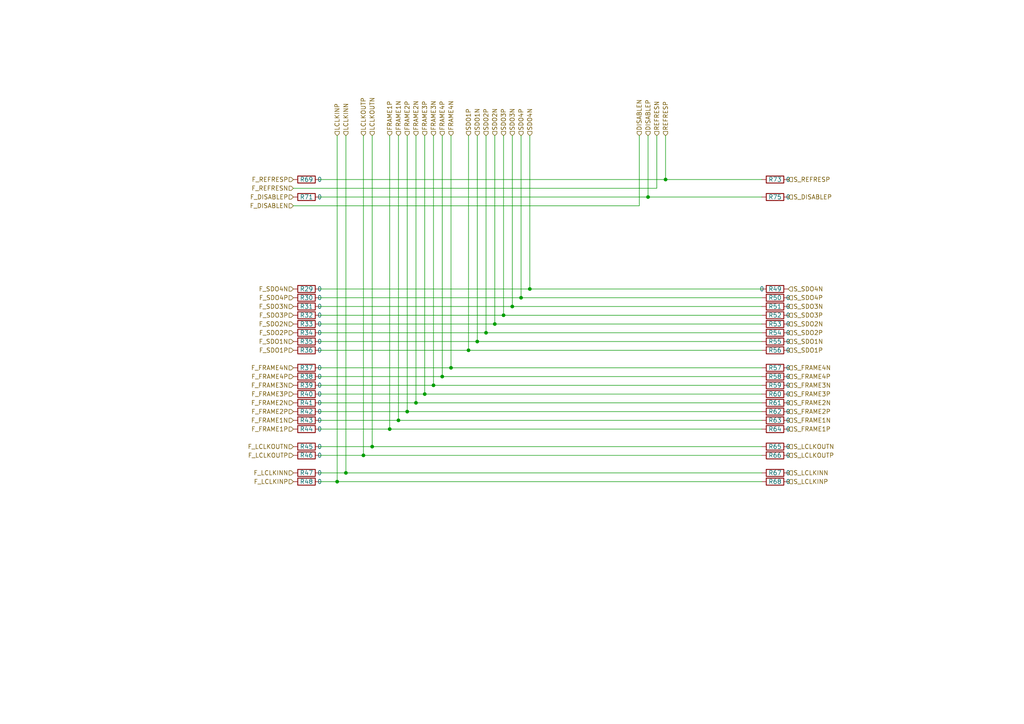
<source format=kicad_sch>
(kicad_sch (version 20231120) (generator "eeschema") (generator_version "8.0")
  (paper "A4")
  (lib_symbols
    (symbol "Device:R" (pin_numbers hide) (pin_names (offset 0))
      (property "Reference" "R" (at 2.032 0 90))
      (property "Value" "R" (at 0 0 90))
      (symbol "R_0_1"
        (rectangle (start -1.016 -2.54) (end 1.016 2.54) (stroke (width 0.254)))
      )
      (symbol "R_1_1"
        (pin passive line (at 0 3.81 270) (length 1.27) (name "~") (number "1"))
        (pin passive line (at 0 -3.81 90) (length 1.27) (name "~") (number "2"))
      )
    )
  )
  (junction (at 118.11 119.38))
  (junction (at 193.04 52.07))
  (junction (at 143.51 93.98))
  (junction (at 146.05 91.44))
  (junction (at 128.27 109.22))
  (junction (at 153.67 83.82))
  (junction (at 100.33 137.16))
  (junction (at 113.03 124.46))
  (junction (at 120.65 116.84))
  (junction (at 135.89 101.6))
  (junction (at 148.59 88.9))
  (junction (at 151.13 86.36))
  (junction (at 123.19 114.3))
  (junction (at 105.41 132.08))
  (junction (at 130.81 106.68))
  (junction (at 140.97 96.52))
  (junction (at 138.43 99.06))
  (junction (at 97.79 139.7))
  (junction (at 125.73 111.76))
  (junction (at 187.96 57.15))
  (junction (at 115.57 121.92))
  (junction (at 107.95 129.54))
  (wire (pts (xy 130.81 39.37) (xy 130.81 106.68)))
  (wire (pts (xy 92.71 101.6) (xy 135.89 101.6)))
  (wire (pts (xy 123.19 39.37) (xy 123.19 114.3)))
  (wire (pts (xy 128.27 39.37) (xy 128.27 109.22)))
  (wire (pts (xy 92.71 132.08) (xy 105.41 132.08)))
  (wire (pts (xy 118.11 119.38) (xy 220.98 119.38)))
  (wire (pts (xy 92.71 93.98) (xy 143.51 93.98)))
  (wire (pts (xy 138.43 39.37) (xy 138.43 99.06)))
  (wire (pts (xy 92.71 119.38) (xy 118.11 119.38)))
  (wire (pts (xy 97.79 39.37) (xy 97.79 139.7)))
  (wire (pts (xy 92.71 137.16) (xy 100.33 137.16)))
  (wire (pts (xy 125.73 39.37) (xy 125.73 111.76)))
  (wire (pts (xy 105.41 132.08) (xy 220.98 132.08)))
  (wire (pts (xy 92.71 129.54) (xy 107.95 129.54)))
  (wire (pts (xy 92.71 121.92) (xy 115.57 121.92)))
  (wire (pts (xy 190.5 39.37) (xy 190.5 54.61)))
  (wire (pts (xy 107.95 39.37) (xy 107.95 129.54)))
  (wire (pts (xy 153.67 39.37) (xy 153.67 83.82)))
  (wire (pts (xy 92.71 111.76) (xy 125.73 111.76)))
  (wire (pts (xy 148.59 39.37) (xy 148.59 88.9)))
  (wire (pts (xy 92.71 106.68) (xy 130.81 106.68)))
  (wire (pts (xy 185.42 39.37) (xy 185.42 59.69)))
  (wire (pts (xy 193.04 39.37) (xy 193.04 52.07)))
  (wire (pts (xy 135.89 39.37) (xy 135.89 101.6)))
  (wire (pts (xy 92.71 91.44) (xy 146.05 91.44)))
  (wire (pts (xy 146.05 39.37) (xy 146.05 91.44)))
  (wire (pts (xy 120.65 39.37) (xy 120.65 116.84)))
  (wire (pts (xy 92.71 124.46) (xy 113.03 124.46)))
  (wire (pts (xy 120.65 116.84) (xy 220.98 116.84)))
  (wire (pts (xy 140.97 39.37) (xy 140.97 96.52)))
  (wire (pts (xy 187.96 57.15) (xy 220.98 57.15)))
  (wire (pts (xy 92.71 52.07) (xy 193.04 52.07)))
  (wire (pts (xy 140.97 96.52) (xy 220.98 96.52)))
  (wire (pts (xy 148.59 88.9) (xy 220.98 88.9)))
  (wire (pts (xy 146.05 91.44) (xy 220.98 91.44)))
  (wire (pts (xy 97.79 139.7) (xy 220.98 139.7)))
  (wire (pts (xy 92.71 86.36) (xy 151.13 86.36)))
  (wire (pts (xy 115.57 39.37) (xy 115.57 121.92)))
  (wire (pts (xy 92.71 83.82) (xy 153.67 83.82)))
  (wire (pts (xy 143.51 39.37) (xy 143.51 93.98)))
  (wire (pts (xy 143.51 93.98) (xy 220.98 93.98)))
  (wire (pts (xy 115.57 121.92) (xy 220.98 121.92)))
  (wire (pts (xy 151.13 86.36) (xy 220.98 86.36)))
  (wire (pts (xy 92.71 96.52) (xy 140.97 96.52)))
  (wire (pts (xy 92.71 99.06) (xy 138.43 99.06)))
  (wire (pts (xy 153.67 83.82) (xy 220.98 83.82)))
  (wire (pts (xy 193.04 52.07) (xy 220.98 52.07)))
  (wire (pts (xy 113.03 39.37) (xy 113.03 124.46)))
  (wire (pts (xy 138.43 99.06) (xy 220.98 99.06)))
  (wire (pts (xy 92.71 109.22) (xy 128.27 109.22)))
  (wire (pts (xy 118.11 39.37) (xy 118.11 119.38)))
  (wire (pts (xy 113.03 124.46) (xy 220.98 124.46)))
  (wire (pts (xy 92.71 57.15) (xy 187.96 57.15)))
  (wire (pts (xy 85.09 59.69) (xy 185.42 59.69)))
  (wire (pts (xy 92.71 116.84) (xy 120.65 116.84)))
  (wire (pts (xy 100.33 137.16) (xy 220.98 137.16)))
  (wire (pts (xy 135.89 101.6) (xy 220.98 101.6)))
  (wire (pts (xy 107.95 129.54) (xy 220.98 129.54)))
  (wire (pts (xy 187.96 39.37) (xy 187.96 57.15)))
  (wire (pts (xy 125.73 111.76) (xy 220.98 111.76)))
  (wire (pts (xy 130.81 106.68) (xy 220.98 106.68)))
  (wire (pts (xy 151.13 39.37) (xy 151.13 86.36)))
  (wire (pts (xy 100.33 39.37) (xy 100.33 137.16)))
  (wire (pts (xy 105.41 39.37) (xy 105.41 132.08)))
  (wire (pts (xy 128.27 109.22) (xy 220.98 109.22)))
  (wire (pts (xy 92.71 114.3) (xy 123.19 114.3)))
  (wire (pts (xy 92.71 88.9) (xy 148.59 88.9)))
  (wire (pts (xy 92.71 139.7) (xy 97.79 139.7)))
  (wire (pts (xy 123.19 114.3) (xy 220.98 114.3)))
  (wire (pts (xy 85.09 54.61) (xy 190.5 54.61)))
  (hierarchical_label "S_LCLKINN" (shape input) (at 228.6 137.16 0))
  (hierarchical_label "SDO4N" (shape input) (at 153.67 39.37 90))
  (hierarchical_label "F_FRAME2N" (shape input) (at 85.09 116.84 180))
  (hierarchical_label "F_FRAME1P" (shape input) (at 85.09 124.46 180))
  (hierarchical_label "F_SDO3P" (shape input) (at 85.09 91.44 180))
  (hierarchical_label "S_LCLKINP" (shape input) (at 228.6 139.7 0))
  (hierarchical_label "FRAME1P" (shape input) (at 113.03 39.37 90))
  (hierarchical_label "S_SDO2P" (shape input) (at 228.6 96.52 0))
  (hierarchical_label "F_REFRESN" (shape input) (at 85.09 54.61 180))
  (hierarchical_label "LCLKINP" (shape input) (at 97.79 39.37 90))
  (hierarchical_label "S_SDO3N" (shape input) (at 228.6 88.9 0))
  (hierarchical_label "F_SDO4N" (shape input) (at 85.09 83.82 180))
  (hierarchical_label "S_REFRESP" (shape input) (at 228.6 52.07 0))
  (hierarchical_label "DISABLEN" (shape input) (at 185.42 39.37 90))
  (hierarchical_label "S_FRAME4P" (shape input) (at 228.6 109.22 0))
  (hierarchical_label "S_FRAME2P" (shape input) (at 228.6 119.38 0))
  (hierarchical_label "F_FRAME4P" (shape input) (at 85.09 109.22 180))
  (hierarchical_label "SDO2P" (shape input) (at 140.97 39.37 90))
  (hierarchical_label "S_LCLKOUTN" (shape input) (at 228.6 129.54 0))
  (hierarchical_label "LCLKOUTP" (shape input) (at 105.41 39.37 90))
  (hierarchical_label "F_LCLKINN" (shape input) (at 85.09 137.16 180))
  (hierarchical_label "F_DISABLEP" (shape input) (at 85.09 57.15 180))
  (hierarchical_label "SDO2N" (shape input) (at 143.51 39.37 90))
  (hierarchical_label "F_SDO3N" (shape input) (at 85.09 88.9 180))
  (hierarchical_label "DISABLEP" (shape input) (at 187.96 39.37 90))
  (hierarchical_label "S_FRAME3N" (shape input) (at 228.6 111.76 0))
  (hierarchical_label "S_FRAME4N" (shape input) (at 228.6 106.68 0))
  (hierarchical_label "F_FRAME3N" (shape input) (at 85.09 111.76 180))
  (hierarchical_label "S_FRAME2N" (shape input) (at 228.6 116.84 0))
  (hierarchical_label "SDO1P" (shape input) (at 135.89 39.37 90))
  (hierarchical_label "FRAME4P" (shape input) (at 128.27 39.37 90))
  (hierarchical_label "SDO3P" (shape input) (at 146.05 39.37 90))
  (hierarchical_label "F_FRAME4N" (shape input) (at 85.09 106.68 180))
  (hierarchical_label "FRAME1N" (shape input) (at 115.57 39.37 90))
  (hierarchical_label "F_LCLKOUTP" (shape input) (at 85.09 132.08 180))
  (hierarchical_label "F_REFRESP" (shape input) (at 85.09 52.07 180))
  (hierarchical_label "F_SDO1N" (shape input) (at 85.09 99.06 180))
  (hierarchical_label "FRAME4N" (shape input) (at 130.81 39.37 90))
  (hierarchical_label "F_LCLKOUTN" (shape input) (at 85.09 129.54 180))
  (hierarchical_label "F_SDO4P" (shape input) (at 85.09 86.36 180))
  (hierarchical_label "FRAME2P" (shape input) (at 118.11 39.37 90))
  (hierarchical_label "F_FRAME2P" (shape input) (at 85.09 119.38 180))
  (hierarchical_label "SDO4P" (shape input) (at 151.13 39.37 90))
  (hierarchical_label "F_SDO2N" (shape input) (at 85.09 93.98 180))
  (hierarchical_label "S_LCLKOUTP" (shape input) (at 228.6 132.08 0))
  (hierarchical_label "F_DISABLEN" (shape input) (at 85.09 59.69 180))
  (hierarchical_label "LCLKOUTN" (shape input) (at 107.95 39.37 90))
  (hierarchical_label "FRAME3P" (shape input) (at 123.19 39.37 90))
  (hierarchical_label "S_DISABLEP" (shape input) (at 228.6 57.15 0))
  (hierarchical_label "S_FRAME1P" (shape input) (at 228.6 124.46 0))
  (hierarchical_label "F_SDO2P" (shape input) (at 85.09 96.52 180))
  (hierarchical_label "FRAME3N" (shape input) (at 125.73 39.37 90))
  (hierarchical_label "S_SDO4N" (shape input) (at 228.6 83.82 0))
  (hierarchical_label "S_SDO3P" (shape input) (at 228.6 91.44 0))
  (hierarchical_label "S_FRAME3P" (shape input) (at 228.6 114.3 0))
  (hierarchical_label "REFRESN" (shape input) (at 190.5 39.37 90))
  (hierarchical_label "SDO3N" (shape input) (at 148.59 39.37 90))
  (hierarchical_label "S_SDO1N" (shape input) (at 228.6 99.06 0))
  (hierarchical_label "S_SDO2N" (shape input) (at 228.6 93.98 0))
  (hierarchical_label "F_LCLKINP" (shape input) (at 85.09 139.7 180))
  (hierarchical_label "S_FRAME1N" (shape input) (at 228.6 121.92 0))
  (hierarchical_label "FRAME2N" (shape input) (at 120.65 39.37 90))
  (hierarchical_label "F_FRAME1N" (shape input) (at 85.09 121.92 180))
  (hierarchical_label "S_SDO4P" (shape input) (at 228.6 86.36 0))
  (hierarchical_label "LCLKINN" (shape input) (at 100.33 39.37 90))
  (hierarchical_label "F_SDO1P" (shape input) (at 85.09 101.6 180))
  (hierarchical_label "S_SDO1P" (shape input) (at 228.6 101.6 0))
  (hierarchical_label "F_FRAME3P" (shape input) (at 85.09 114.3 180))
  (hierarchical_label "SDO1N" (shape input) (at 138.43 39.37 90))
  (hierarchical_label "REFRESP" (shape input) (at 193.04 39.37 90))
  (symbol (lib_id "Device:R") (at 88.9 106.68 90) (unit 1)
    (property "Reference" "R37" (at 88.9 106.68 90))
    (property "Value" "0" (at 92.71 106.68 90))
    (property "Footprint" "Resistor_SMD:R_0603_1608Metric_Pad0.98x0.95mm_HandSolder" (effects (hide yes)))
    (property "Description" "Resistor" (effects (hide yes)))
  )
  (symbol (lib_id "Device:R") (at 88.9 124.46 90) (unit 1)
    (property "Reference" "R44" (at 88.9 124.46 90))
    (property "Value" "0" (at 92.71 124.46 90))
    (property "Footprint" "Resistor_SMD:R_0603_1608Metric_Pad0.98x0.95mm_HandSolder" (effects (hide yes)))
    (property "Description" "Resistor" (effects (hide yes)))
  )
  (symbol (lib_id "Device:R") (at 88.9 132.08 90) (unit 1)
    (property "Reference" "R46" (at 88.9 132.08 90))
    (property "Value" "0" (at 92.71 132.08 90))
    (property "Footprint" "Resistor_SMD:R_0603_1608Metric_Pad0.98x0.95mm_HandSolder" (effects (hide yes)))
    (property "Description" "Resistor" (effects (hide yes)))
  )
  (symbol (lib_id "Device:R") (at 88.9 91.44 90) (unit 1)
    (property "Reference" "R32" (at 88.9 91.44 90))
    (property "Value" "0" (at 92.71 91.44 90))
    (property "Footprint" "Resistor_SMD:R_0603_1608Metric_Pad0.98x0.95mm_HandSolder" (effects (hide yes)))
    (property "Description" "Resistor" (effects (hide yes)))
  )
  (symbol (lib_id "Device:R") (at 224.79 101.6 90) (unit 1)
    (property "Reference" "R56" (at 224.79 101.6 90))
    (property "Value" "0" (at 228.6 101.6 90))
    (property "Footprint" "Resistor_SMD:R_0603_1608Metric_Pad0.98x0.95mm_HandSolder" (effects (hide yes)))
    (property "Description" "Resistor" (effects (hide yes)))
  )
  (symbol (lib_id "Device:R") (at 224.79 99.06 90) (unit 1)
    (property "Reference" "R55" (at 224.79 99.06 90))
    (property "Value" "0" (at 228.6 99.06 90))
    (property "Footprint" "Resistor_SMD:R_0603_1608Metric_Pad0.98x0.95mm_HandSolder" (effects (hide yes)))
    (property "Description" "Resistor" (effects (hide yes)))
  )
  (symbol (lib_id "Device:R") (at 224.79 52.07 90) (unit 1)
    (property "Reference" "R73" (at 224.79 52.07 90))
    (property "Value" "0" (at 228.6 52.07 90))
    (property "Footprint" "Resistor_SMD:R_0603_1608Metric_Pad0.98x0.95mm_HandSolder" (effects (hide yes)))
    (property "Description" "Resistor" (effects (hide yes)))
  )
  (symbol (lib_id "Device:R") (at 88.9 86.36 90) (unit 1)
    (property "Reference" "R30" (at 88.9 86.36 90))
    (property "Value" "0" (at 92.71 86.36 90))
    (property "Footprint" "Resistor_SMD:R_0603_1608Metric_Pad0.98x0.95mm_HandSolder" (effects (hide yes)))
    (property "Description" "Resistor" (effects (hide yes)))
  )
  (symbol (lib_id "Device:R") (at 88.9 119.38 90) (unit 1)
    (property "Reference" "R42" (at 88.9 119.38 90))
    (property "Value" "0" (at 92.71 119.38 90))
    (property "Footprint" "Resistor_SMD:R_0603_1608Metric_Pad0.98x0.95mm_HandSolder" (effects (hide yes)))
    (property "Description" "Resistor" (effects (hide yes)))
  )
  (symbol (lib_id "Device:R") (at 224.79 119.38 90) (unit 1)
    (property "Reference" "R62" (at 224.79 119.38 90))
    (property "Value" "0" (at 228.6 119.38 90))
    (property "Footprint" "Resistor_SMD:R_0603_1608Metric_Pad0.98x0.95mm_HandSolder" (effects (hide yes)))
    (property "Description" "Resistor" (effects (hide yes)))
  )
  (symbol (lib_id "Device:R") (at 88.9 99.06 90) (unit 1)
    (property "Reference" "R35" (at 88.9 99.06 90))
    (property "Value" "0" (at 92.71 99.06 90))
    (property "Footprint" "Resistor_SMD:R_0603_1608Metric_Pad0.98x0.95mm_HandSolder" (effects (hide yes)))
    (property "Description" "Resistor" (effects (hide yes)))
  )
  (symbol (lib_id "Device:R") (at 88.9 93.98 90) (unit 1)
    (property "Reference" "R33" (at 88.9 93.98 90))
    (property "Value" "0" (at 92.71 93.98 90))
    (property "Footprint" "Resistor_SMD:R_0603_1608Metric_Pad0.98x0.95mm_HandSolder" (effects (hide yes)))
    (property "Description" "Resistor" (effects (hide yes)))
  )
  (symbol (lib_id "Device:R") (at 88.9 101.6 90) (unit 1)
    (property "Reference" "R36" (at 88.9 101.6 90))
    (property "Value" "0" (at 92.71 101.6 90))
    (property "Footprint" "Resistor_SMD:R_0603_1608Metric_Pad0.98x0.95mm_HandSolder" (effects (hide yes)))
    (property "Description" "Resistor" (effects (hide yes)))
  )
  (symbol (lib_id "Device:R") (at 88.9 139.7 90) (unit 1)
    (property "Reference" "R48" (at 88.9 139.7 90))
    (property "Value" "0" (at 92.71 139.7 90))
    (property "Footprint" "Resistor_SMD:R_0603_1608Metric_Pad0.98x0.95mm_HandSolder" (effects (hide yes)))
    (property "Description" "Resistor" (effects (hide yes)))
  )
  (symbol (lib_id "Device:R") (at 88.9 137.16 90) (unit 1)
    (property "Reference" "R47" (at 88.9 137.16 90))
    (property "Value" "0" (at 92.71 137.16 90))
    (property "Footprint" "Resistor_SMD:R_0603_1608Metric_Pad0.98x0.95mm_HandSolder" (effects (hide yes)))
    (property "Description" "Resistor" (effects (hide yes)))
  )
  (symbol (lib_id "Device:R") (at 224.79 96.52 90) (unit 1)
    (property "Reference" "R54" (at 224.79 96.52 90))
    (property "Value" "0" (at 228.6 96.52 90))
    (property "Footprint" "Resistor_SMD:R_0603_1608Metric_Pad0.98x0.95mm_HandSolder" (effects (hide yes)))
    (property "Description" "Resistor" (effects (hide yes)))
  )
  (symbol (lib_id "Device:R") (at 88.9 88.9 90) (unit 1)
    (property "Reference" "R31" (at 88.9 88.9 90))
    (property "Value" "0" (at 92.71 88.9 90))
    (property "Footprint" "Resistor_SMD:R_0603_1608Metric_Pad0.98x0.95mm_HandSolder" (effects (hide yes)))
    (property "Description" "Resistor" (effects (hide yes)))
  )
  (symbol (lib_id "Device:R") (at 224.79 57.15 90) (unit 1)
    (property "Reference" "R75" (at 224.79 57.15 90))
    (property "Value" "0" (at 228.6 57.15 90))
    (property "Footprint" "Resistor_SMD:R_0603_1608Metric_Pad0.98x0.95mm_HandSolder" (effects (hide yes)))
    (property "Description" "Resistor" (effects (hide yes)))
  )
  (symbol (lib_id "Device:R") (at 224.79 116.84 90) (unit 1)
    (property "Reference" "R61" (at 224.79 116.84 90))
    (property "Value" "0" (at 228.6 116.84 90))
    (property "Footprint" "Resistor_SMD:R_0603_1608Metric_Pad0.98x0.95mm_HandSolder" (effects (hide yes)))
    (property "Description" "Resistor" (effects (hide yes)))
  )
  (symbol (lib_id "Device:R") (at 224.79 111.76 90) (unit 1)
    (property "Reference" "R59" (at 224.79 111.76 90))
    (property "Value" "0" (at 228.6 111.76 90))
    (property "Footprint" "Resistor_SMD:R_0603_1608Metric_Pad0.98x0.95mm_HandSolder" (effects (hide yes)))
    (property "Description" "Resistor" (effects (hide yes)))
  )
  (symbol (lib_id "Device:R") (at 88.9 83.82 90) (unit 1)
    (property "Reference" "R29" (at 88.9 83.82 90))
    (property "Value" "0" (at 92.71 83.82 90))
    (property "Footprint" "Resistor_SMD:R_0603_1608Metric_Pad0.98x0.95mm_HandSolder" (effects (hide yes)))
    (property "Description" "Resistor" (effects (hide yes)))
  )
  (symbol (lib_id "Device:R") (at 224.79 121.92 90) (unit 1)
    (property "Reference" "R63" (at 224.79 121.92 90))
    (property "Value" "0" (at 228.6 121.92 90))
    (property "Footprint" "Resistor_SMD:R_0603_1608Metric_Pad0.98x0.95mm_HandSolder" (effects (hide yes)))
    (property "Description" "Resistor" (effects (hide yes)))
  )
  (symbol (lib_id "Device:R") (at 224.79 93.98 90) (unit 1)
    (property "Reference" "R53" (at 224.79 93.98 90))
    (property "Value" "0" (at 228.6 93.98 90))
    (property "Footprint" "Resistor_SMD:R_0603_1608Metric_Pad0.98x0.95mm_HandSolder" (effects (hide yes)))
    (property "Description" "Resistor" (effects (hide yes)))
  )
  (symbol (lib_id "Device:R") (at 224.79 124.46 90) (unit 1)
    (property "Reference" "R64" (at 224.79 124.46 90))
    (property "Value" "0" (at 228.6 124.46 90))
    (property "Footprint" "Resistor_SMD:R_0603_1608Metric_Pad0.98x0.95mm_HandSolder" (effects (hide yes)))
    (property "Description" "Resistor" (effects (hide yes)))
  )
  (symbol (lib_id "Device:R") (at 88.9 57.15 90) (unit 1)
    (property "Reference" "R71" (at 88.9 57.15 90))
    (property "Value" "0" (at 92.71 57.15 90))
    (property "Footprint" "Resistor_SMD:R_0603_1608Metric_Pad0.98x0.95mm_HandSolder" (effects (hide yes)))
    (property "Description" "Resistor" (effects (hide yes)))
  )
  (symbol (lib_id "Device:R") (at 88.9 116.84 90) (unit 1)
    (property "Reference" "R41" (at 88.9 116.84 90))
    (property "Value" "0" (at 92.71 116.84 90))
    (property "Footprint" "Resistor_SMD:R_0603_1608Metric_Pad0.98x0.95mm_HandSolder" (effects (hide yes)))
    (property "Description" "Resistor" (effects (hide yes)))
  )
  (symbol (lib_id "Device:R") (at 88.9 121.92 90) (unit 1)
    (property "Reference" "R43" (at 88.9 121.92 90))
    (property "Value" "0" (at 92.71 121.92 90))
    (property "Footprint" "Resistor_SMD:R_0603_1608Metric_Pad0.98x0.95mm_HandSolder" (effects (hide yes)))
    (property "Description" "Resistor" (effects (hide yes)))
  )
  (symbol (lib_id "Device:R") (at 88.9 52.07 90) (unit 1)
    (property "Reference" "R69" (at 88.9 52.07 90))
    (property "Value" "0" (at 92.71 52.07 90))
    (property "Footprint" "Resistor_SMD:R_0603_1608Metric_Pad0.98x0.95mm_HandSolder" (effects (hide yes)))
    (property "Description" "Resistor" (effects (hide yes)))
  )
  (symbol (lib_id "Device:R") (at 224.79 114.3 90) (unit 1)
    (property "Reference" "R60" (at 224.79 114.3 90))
    (property "Value" "0" (at 228.6 114.3 90))
    (property "Footprint" "Resistor_SMD:R_0603_1608Metric_Pad0.98x0.95mm_HandSolder" (effects (hide yes)))
    (property "Description" "Resistor" (effects (hide yes)))
  )
  (symbol (lib_id "Device:R") (at 224.79 86.36 90) (unit 1)
    (property "Reference" "R50" (at 224.79 86.36 90))
    (property "Value" "0" (at 228.6 86.36 90))
    (property "Footprint" "Resistor_SMD:R_0603_1608Metric_Pad0.98x0.95mm_HandSolder" (effects (hide yes)))
    (property "Description" "Resistor" (effects (hide yes)))
  )
  (symbol (lib_id "Device:R") (at 224.79 137.16 90) (unit 1)
    (property "Reference" "R67" (at 224.79 137.16 90))
    (property "Value" "0" (at 228.6 137.16 90))
    (property "Footprint" "Resistor_SMD:R_0603_1608Metric_Pad0.98x0.95mm_HandSolder" (effects (hide yes)))
    (property "Description" "Resistor" (effects (hide yes)))
  )
  (symbol (lib_id "Device:R") (at 224.79 106.68 90) (unit 1)
    (property "Reference" "R57" (at 224.79 106.68 90))
    (property "Value" "0" (at 228.6 106.68 90))
    (property "Footprint" "Resistor_SMD:R_0603_1608Metric_Pad0.98x0.95mm_HandSolder" (effects (hide yes)))
    (property "Description" "Resistor" (effects (hide yes)))
  )
  (symbol (lib_id "Device:R") (at 224.79 132.08 90) (unit 1)
    (property "Reference" "R66" (at 224.79 132.08 90))
    (property "Value" "0" (at 228.6 132.08 90))
    (property "Footprint" "Resistor_SMD:R_0603_1608Metric_Pad0.98x0.95mm_HandSolder" (effects (hide yes)))
    (property "Description" "Resistor" (effects (hide yes)))
  )
  (symbol (lib_id "Device:R") (at 224.79 139.7 90) (unit 1)
    (property "Reference" "R68" (at 224.79 139.7 90))
    (property "Value" "0" (at 228.6 139.7 90))
    (property "Footprint" "Resistor_SMD:R_0603_1608Metric_Pad0.98x0.95mm_HandSolder" (effects (hide yes)))
    (property "Description" "Resistor" (effects (hide yes)))
  )
  (symbol (lib_id "Device:R") (at 224.79 91.44 90) (unit 1)
    (property "Reference" "R52" (at 224.79 91.44 90))
    (property "Value" "0" (at 228.6 91.44 90))
    (property "Footprint" "Resistor_SMD:R_0603_1608Metric_Pad0.98x0.95mm_HandSolder" (effects (hide yes)))
    (property "Description" "Resistor" (effects (hide yes)))
  )
  (symbol (lib_id "Device:R") (at 88.9 114.3 90) (unit 1)
    (property "Reference" "R40" (at 88.9 114.3 90))
    (property "Value" "0" (at 92.71 114.3 90))
    (property "Footprint" "Resistor_SMD:R_0603_1608Metric_Pad0.98x0.95mm_HandSolder" (effects (hide yes)))
    (property "Description" "Resistor" (effects (hide yes)))
  )
  (symbol (lib_id "Device:R") (at 88.9 111.76 90) (unit 1)
    (property "Reference" "R39" (at 88.9 111.76 90))
    (property "Value" "0" (at 92.71 111.76 90))
    (property "Footprint" "Resistor_SMD:R_0603_1608Metric_Pad0.98x0.95mm_HandSolder" (effects (hide yes)))
    (property "Description" "Resistor" (effects (hide yes)))
  )
  (symbol (lib_id "Device:R") (at 224.79 129.54 90) (unit 1)
    (property "Reference" "R65" (at 224.79 129.54 90))
    (property "Value" "0" (at 228.6 129.54 90))
    (property "Footprint" "Resistor_SMD:R_0603_1608Metric_Pad0.98x0.95mm_HandSolder" (effects (hide yes)))
    (property "Description" "Resistor" (effects (hide yes)))
  )
  (symbol (lib_id "Device:R") (at 88.9 96.52 90) (unit 1)
    (property "Reference" "R34" (at 88.9 96.52 90))
    (property "Value" "0" (at 92.71 96.52 90))
    (property "Footprint" "Resistor_SMD:R_0603_1608Metric_Pad0.98x0.95mm_HandSolder" (effects (hide yes)))
    (property "Description" "Resistor" (effects (hide yes)))
  )
  (symbol (lib_id "Device:R") (at 88.9 109.22 90) (unit 1)
    (property "Reference" "R38" (at 88.9 109.22 90))
    (property "Value" "0" (at 92.71 109.22 90))
    (property "Footprint" "Resistor_SMD:R_0603_1608Metric_Pad0.98x0.95mm_HandSolder" (effects (hide yes)))
    (property "Description" "Resistor" (effects (hide yes)))
  )
  (symbol (lib_id "Device:R") (at 88.9 129.54 90) (unit 1)
    (property "Reference" "R45" (at 88.9 129.54 90))
    (property "Value" "0" (at 92.71 129.54 90))
    (property "Footprint" "Resistor_SMD:R_0603_1608Metric_Pad0.98x0.95mm_HandSolder" (effects (hide yes)))
    (property "Description" "Resistor" (effects (hide yes)))
  )
  (symbol (lib_id "Device:R") (at 224.79 88.9 90) (unit 1)
    (property "Reference" "R51" (at 224.79 88.9 90))
    (property "Value" "0" (at 228.6 88.9 90))
    (property "Footprint" "Resistor_SMD:R_0603_1608Metric_Pad0.98x0.95mm_HandSolder" (effects (hide yes)))
    (property "Description" "Resistor" (effects (hide yes)))
  )
  (symbol (lib_id "Device:R") (at 224.79 83.82 270) (unit 1)
    (property "Reference" "R49" (at 224.79 83.82 90))
    (property "Value" "0" (at 220.98 83.82 90))
    (property "Footprint" "Resistor_SMD:R_0603_1608Metric_Pad0.98x0.95mm_HandSolder" (effects (hide yes)))
    (property "Description" "Resistor" (effects (hide yes)))
  )
  (symbol (lib_id "Device:R") (at 224.79 109.22 90) (unit 1)
    (property "Reference" "R58" (at 224.79 109.22 90))
    (property "Value" "0" (at 228.6 109.22 90))
    (property "Footprint" "Resistor_SMD:R_0603_1608Metric_Pad0.98x0.95mm_HandSolder" (effects (hide yes)))
    (property "Description" "Resistor" (effects (hide yes)))
  )
)
</source>
